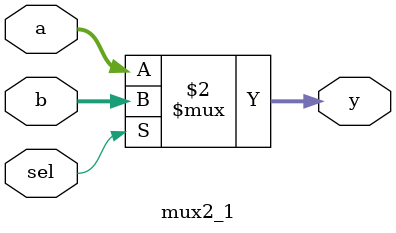
<source format=v>
module pc (
    input wire clk,
    input wire rst,
    input wire [31:0] next_pc,
    output reg [31:0] current_pc
);

    always @(posedge clk or posedge rst) begin
        if (rst)
            current_pc <= 32'b0;
        else
            current_pc <= next_pc;
    end
endmodule

// Módulo da Memória de Instruções
module instruction_memory #(
    parameter MEM_DEPTH = 2048 // Defina o tamanho da memória aqui
)(
    input wire [31:0] read_address,
    output reg [31:0] instruction
);
     // A memória usa o MEM_DEPTH para definir seu tamanho
    reg [31:0] rom [0:MEM_DEPTH-1];
    reg [1023:0] nome_do_arquivo; // Suporta nomes de arquivo de até 127 caracteres

    initial begin
        
        // $value$plusargs procura por um argumento na linha de comando
        // Se encontrar, ele armazena o valor da string em 'nome_do_arquivo'
        if ($value$plusargs("%s", nome_do_arquivo)) begin
            $display("Carregando instrucoes do arquivo: %s", nome_do_arquivo);
            $readmemb(nome_do_arquivo, rom);
        end else begin
            // Se o argumento +ARQUIVO não for fornecido, imprime uma mensagem de erro e encerra.
            $display("-----------------------------------------------------------------");
            $display("ERRO: Arquivo de instrucoes nao especificado.");
            $display("Uso correto: vvp <executavel> +<caminho_para_o_arquivo>");
            $display("Exemplo: vvp ford +saida.asm");
            $display("-----------------------------------------------------------------");
            $finish;
        end
    end
  

    always @(*) begin
        instruction = rom[read_address[11:2]];
    end

endmodule

// Módulo do Banco de Registradores
module register_file (
    input wire clk,
    input wire reg_write,
    input wire [4:0] read_reg1,
    input wire [4:0] read_reg2,
    input wire [4:0] write_reg,
    input wire [31:0] write_data,
    output wire [31:0] read_data1,
    output wire [31:0] read_data2
);

    reg [31:0] registers [0:31];

    // Lógica de leitura assíncrona
    assign read_data1 = (read_reg1 == 5'b0) ? 32'b0 : registers[read_reg1];
    assign read_data2 = (read_reg2 == 5'b0) ? 32'b0 : registers[read_reg2];

    // Lógica de escrita síncrona
    always @(posedge clk) begin
        if (reg_write && (write_reg != 5'b0)) begin
            registers[write_reg] <= write_data;
        end
    end
    // Inicialização (para simulação)
    integer i;
    initial begin
        for (i = 0; i < 32; i = i + 1) begin
            registers[i] = 32'b0;
        end
    end
endmodule

// Módulo de Controle da ALU
module alu_control (
    input wire [1:0] alu_op,
    input wire [2:0] funct3,
    input wire funct7_5,
    output reg [3:0] alu_control_out
);

    always @(*) begin
        case (alu_op)
            // Caso 00: Reservado para o ADD de cálculo de endereço (Load/Store)
            2'b00: begin
                alu_control_out = 4'b0010; // Sempre ADD
            end

            // Caso 01: Reservado para o SUB de comparação (Branch)
            2'b01: begin
                alu_control_out = 4'b0110; // Sempre SUB
            end

            // Caso 10: Para instruções Tipo-R (lê funct3)
            2'b10: begin
                case (funct3)
                    3'b000: alu_control_out = funct7_5 ? 4'b0110 : 4'b0010; // SUB/ADD
                    3'b001: alu_control_out = 4'b0100; // SLL
                    3'b100: alu_control_out = 4'b0011; // XOR
                    3'b101: alu_control_out = 4'b0101; // SRL
                    3'b110: alu_control_out = 4'b0001; // OR
                    3'b111: alu_control_out = 4'b0000; // AND
                    default: alu_control_out = 4'bxxxx;
                endcase
            end

            // Caso 11: Novo caso para instruções Tipo-I (lê funct3)
            2'b11: begin
                case (funct3)
                    3'b000: alu_control_out = 4'b0010; // ADDI
                    3'b001: alu_control_out = 4'b0100; // SLLI
                    3'b101: alu_control_out = 4'b0101; // SRLI
                    3'b110: alu_control_out = 4'b0001; // ORI
                    3'b111: alu_control_out = 4'b0000; // ANDI
                    default: alu_control_out = 4'bxxxx;
                endcase
            end

            default: alu_control_out = 4'bxxxx;
        endcase
    end
endmodule

// Módulo da ALU
module alu (
    input wire [31:0] a,
    input wire [31:0] b,
    input wire [3:0] alu_control,
    output reg [31:0] result,
    output wire zero
);

    always @(*) begin
        case (alu_control)
            4'b0000: result = a & b; // AND
            4'b0001: result = a | b; // OR
            4'b0010: result = a + b; // ADD
            4'b0011: result = a ^ b; // XOR
            4'b0101: result = a >> b[4:0]; //SRL
            4'b0100: result = a << b[4:0]; // SLL
            4'b0110: result = a - b; // SUB
            default: result = 32'b0;
        endcase
    end

    assign zero = (result == 32'b0);

endmodule

// Módulo Gerador de Imediatos
module imm_gen (
    input wire [31:0] instruction,
    output reg [31:0] immediate
);
    // Decodifica o valor imediato com base no tipo da instrução (opcode)
    always @(*) begin
        case (instruction[6:0])
            // Tipo-I (usado por ADDI, ORI, LW, etc.)
            7'b0010011, 7'b0000011:
                immediate = {{20{instruction[31]}}, instruction[31:20]};

            // Tipo-S (usado por SW, SB, etc.)
            7'b0100011:
                immediate = {{20{instruction[31]}}, instruction[31:25], instruction[11:7]};

            // Tipo-B (usado por BEQ)
            7'b1100011:
                // Os bits do imediato do Tipo-B são espalhados, aqui nós os juntamos
                immediate = {{19{instruction[31]}}, instruction[31], instruction[7], instruction[30:25], instruction[11:8], 1'b0};

            default:
                immediate = 32'hxxxxxxxx; // Indefinido para outros tipos
        endcase
    end
endmodule

// Módulo da Memória de Dados
module data_memory (
    input wire clk,
    input wire mem_write,
    input wire mem_read,
    input wire [31:0] address,
    input wire [31:0] write_data,
    input wire [2:0] funct3,
    output reg [31:0] read_data
);

    // A memória agora é um array de bytes para facilitar a manipulação
    reg [7:0] ram [0:4095];
    wire [11:0] word_address = address[11:0]; 

    // Lógica de Leitura (combinacional)
    always @(*) begin
        if (mem_read) begin
            case (funct3)
                // LW: Load Word (32 bits)
                3'b010: read_data = {ram[word_address+3], ram[word_address+2], ram[word_address+1], ram[word_address]};
                // LH: Load Half-word (16 bits, com extensão de sinal)
                3'b001: read_data = {{16{ram[word_address+1][7]}}, ram[word_address+1], ram[word_address]};
                // LHU: Load Half-word Unsigned (16 bits, com extensão de zero)
                3'b101: read_data = {{16{1'b0}}, ram[word_address+1], ram[word_address]};
                // LB: Load Byte (8 bits, com extensão de sinal)
                3'b000: read_data = {{24{ram[word_address][7]}}, ram[word_address]};
                // LBU: Load Byte Unsigned (8 bits, com extensão de zero)
                3'b100: read_data = {{24{1'b0}}, ram[word_address]};
                default: read_data = 32'hxxxxxxxx;
            endcase
        end else begin
            read_data = 32'b0;
        end
    end

    // Lógica de Escrita (síncrona)
    always @(posedge clk) begin
        if (mem_write) begin
            case (funct3)
                // SW: Store Word (32 bits)
                3'b010: begin
                    ram[word_address]   <= write_data[7:0];
                    ram[word_address+1] <= write_data[15:8];
                    ram[word_address+2] <= write_data[23:16];
                    ram[word_address+3] <= write_data[31:24];
                end
                // SH: Store Half-word (16 bits)
                3'b001: begin
                    ram[word_address]   <= write_data[7:0];
                    ram[word_address+1] <= write_data[15:8];
                end
                // SB: Store Byte (8 bits)
                3'b000: begin
                    ram[word_address] <= write_data[7:0];
                end
            endcase
        end
    end

endmodule

// Módulo de Controle Principal
module main_control (
    input wire [6:0] opcode,
    output reg branch,
    output reg mem_read,
    output reg mem_to_reg,
    output reg [1:0] alu_op,
    output reg mem_write,
    output reg alu_src,
    output reg reg_write
);

    always @(*) begin
        // Inicializa todos os sinais com um valor padrão "seguro"
        branch      = 1'b0;
        mem_read    = 1'b0;
        mem_to_reg  = 1'b0;
        alu_op      = 2'b00; // Padrão para ADD (usado por lw/sw)
        mem_write   = 1'b0;
        alu_src     = 1'b0; // Padrão para usar registrador na ALU
        reg_write   = 1'b0;

        // Ativa os sinais específicos com base no opcode
        case (opcode)
            // Tipo-R (add, sub, and, or, etc.)
            7'b0110011: begin
                alu_op      = 2'b10;
                reg_write   = 1'b1;
            end
            
            // Tipo-I (addi, ori, slti, etc.)
            7'b0010011: begin
                alu_src     = 1'b1;
                reg_write   = 1'b1;
                alu_op      = 2'b11;
            end
            
            // Tipo-I (lw)
            7'b0000011: begin
                mem_read    = 1'b1;
                mem_to_reg  = 1'b1;
                alu_src     = 1'b1;
                reg_write   = 1'b1;
            end
            
            // Tipo-S (sw, sb, sh)
            7'b0100011: begin
                mem_write   = 1'b1;
                alu_src     = 1'b1;
            end
            
            // Tipo-B (beq)
            7'b1100011: begin
                branch      = 1'b1;
                alu_op      = 2'b01; 
            end
        endcase
    end
endmodule

// Módulo Top-Level do Processador RISC-V
module risc_v_processor (
    input wire clk,
    input wire rst
);

    // Sinais e Fios Internos
    wire [31:0] pc_current, pc_next, pc_plus_4, pc_branch;
    wire [31:0] instruction;
    wire [31:0] read_data1, read_data2;
    wire [31:0] immediate;
    wire [31:0] alu_in_b;
    wire [31:0] alu_result;
    wire [31:0] mem_read_data;
    wire [31:0] write_back_data;

    wire branch, mem_read, mem_to_reg, mem_write, alu_src, reg_write;
    wire [1:0] alu_op;
    wire [3:0] alu_control_out;
    wire beq_cond = (instruction[14:12] == 3'b000) & alu_zero;  
    wire bne_cond = (instruction[14:12] == 3'b001) & ~alu_zero; 
    wire alu_zero;
    wire branch_control;

    // Instanciação dos Módulos

    // --- Estágio de Busca de Instrução (IF) ---
    pc u_pc (
        .clk(clk),
        .rst(rst),
        .next_pc(pc_next),
        .current_pc(pc_current)
    );

    assign pc_plus_4 = pc_current + 4;

    instruction_memory u_imem (
        .read_address(pc_current),
        .instruction(instruction)
    );

    // --- Estágio de Decodificação (ID) ---
    main_control u_ctrl (
        .opcode(instruction[6:0]),
        .branch(branch),
        .mem_read(mem_read),
        .mem_to_reg(mem_to_reg),
        .alu_op(alu_op),
        .mem_write(mem_write),
        .alu_src(alu_src),
        .reg_write(reg_write)
    );

    register_file u_regfile (
        .clk(clk),
        .reg_write(reg_write),
        .read_reg1(instruction[19:15]),
        .read_reg2(instruction[24:20]),
        .write_reg(instruction[11:7]),
        .write_data(write_back_data),
        .read_data1(read_data1),
        .read_data2(read_data2)
    );

    imm_gen u_immgen (
        .instruction(instruction),
        .immediate(immediate)
    );

    // --- Estágio de Execução (EX) ---
    mux2_1 #(32) alu_mux (
        .a(read_data2),
        .b(immediate),
        .sel(alu_src),
        .y(alu_in_b)
    );

    alu_control u_alu_ctrl (
        .alu_op(alu_op),
        .funct3(instruction[14:12]),
        .funct7_5(instruction[30]),
        .alu_control_out(alu_control_out)
    );

    alu u_alu (
        .a(read_data1),
        .b(alu_in_b),
        .alu_control(alu_control_out),
        .result(alu_result),
        .zero(alu_zero)
    );

    // Lógica de cálculo do endereço de branch
    assign pc_branch = pc_current + immediate; // Simplificado
    assign branch_control = branch & (beq_cond | bne_cond);     // O desvio acontece se for uma instrução de branch E uma das condições for atendida

    mux2_1 #(32) pc_mux (
        .a(pc_plus_4),
        .b(pc_branch),
        .sel(branch_control),
        .y(pc_next)
    );

    // --- Estágio de Memória (MEM) ---
    data_memory u_dmem (
        .clk(clk),
        .mem_write(mem_write),
        .mem_read(mem_read),
        .address(alu_result),
        .write_data(read_data2),
        .funct3(instruction[14:12]),
        .read_data(mem_read_data)
    );

    // --- Estágio de Write-Back (WB) ---
    mux2_1 #(32) wb_mux (
        .a(alu_result),
        .b(mem_read_data),
        .sel(mem_to_reg),
        .y(write_back_data)
    );
endmodule 

    // Módulo genérico de MUX 2 para 1
    // (Pode ser colocado em um arquivo separado)
module mux2_1 #(parameter WIDTH = 32) (
    input wire [WIDTH-1:0] a,
    input wire [WIDTH-1:0] b,
    input wire sel,
    output wire [WIDTH-1:0] y
);
    assign y = sel ? b : a;
endmodule
</source>
